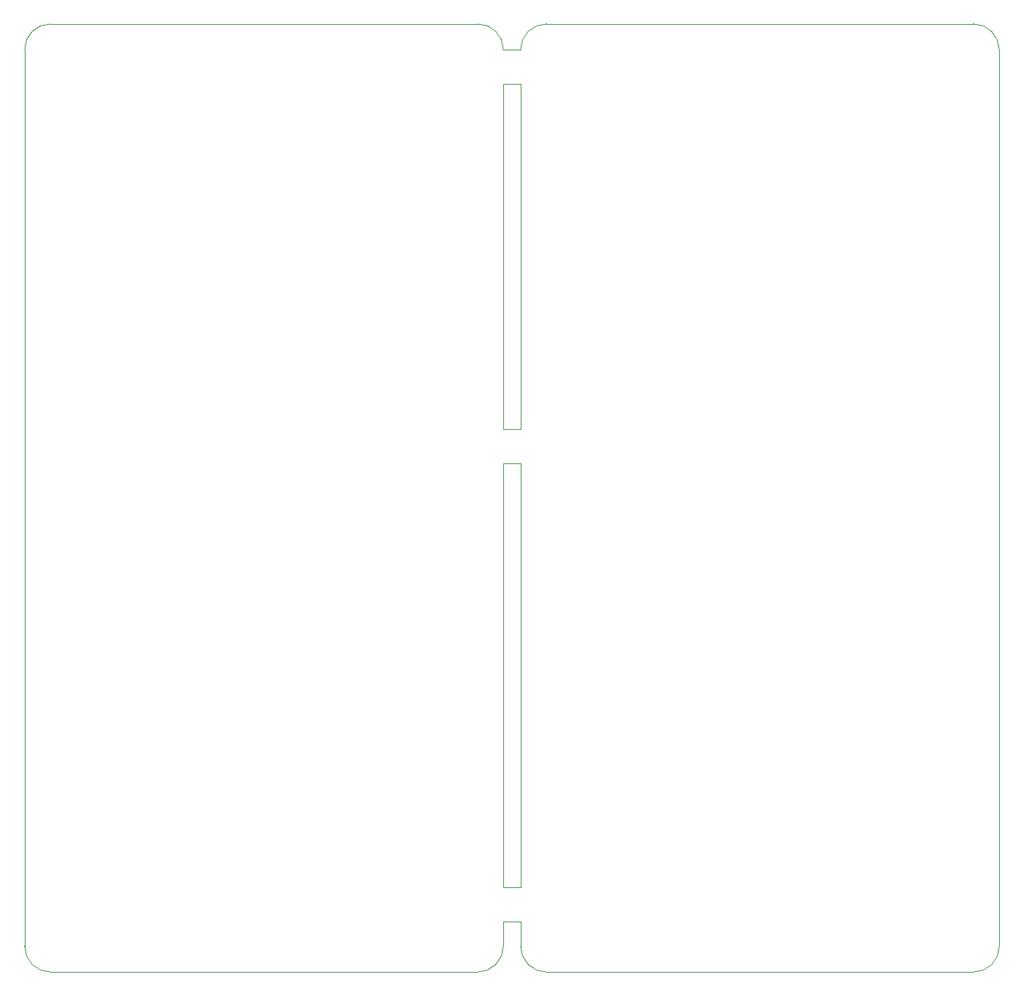
<source format=gbr>
%TF.GenerationSoftware,KiCad,Pcbnew,(5.99.0-10623-gbaf868fce7)*%
%TF.CreationDate,2021-05-29T08:15:44+02:00*%
%TF.ProjectId,voltage_processor,766f6c74-6167-4655-9f70-726f63657373,6*%
%TF.SameCoordinates,Original*%
%TF.FileFunction,Profile,NP*%
%FSLAX46Y46*%
G04 Gerber Fmt 4.6, Leading zero omitted, Abs format (unit mm)*
G04 Created by KiCad (PCBNEW (5.99.0-10623-gbaf868fce7)) date 2021-05-29 08:15:44*
%MOMM*%
%LPD*%
G01*
G04 APERTURE LIST*
%TA.AperFunction,Profile*%
%ADD10C,0.050000*%
%TD*%
G04 APERTURE END LIST*
D10*
X150794949Y-50400000D02*
X152794949Y-50400000D01*
X152794949Y-50400000D02*
X152794949Y-90400000D01*
X152794949Y-90400000D02*
X150794949Y-90400000D01*
X150794949Y-90400000D02*
X150794949Y-50400000D01*
X150794949Y-147600000D02*
X150794949Y-150450000D01*
X98294949Y-43425000D02*
X147800000Y-43425000D01*
X95294949Y-150450000D02*
X95294949Y-46425000D01*
X147800000Y-43425000D02*
G75*
G02*
X150800000Y-46425000I0J-3000000D01*
G01*
X205278680Y-43425000D02*
G75*
G02*
X208278680Y-46425000I0J-3000000D01*
G01*
X147794949Y-153450000D02*
X98294949Y-153450000D01*
X208300000Y-147600000D02*
X208278680Y-46425000D01*
X95294949Y-46425000D02*
G75*
G02*
X98294949Y-43425000I3000000J0D01*
G01*
X208300000Y-147600000D02*
X208294949Y-150450000D01*
X150800000Y-143593349D02*
X150800000Y-94400000D01*
X152794949Y-147600000D02*
X150794949Y-147600000D01*
X150800000Y-94400000D02*
X152800000Y-94400000D01*
X150794949Y-150450000D02*
G75*
G02*
X147794949Y-153450000I-3000000J0D01*
G01*
X152794949Y-46425000D02*
G75*
G02*
X155794949Y-43425000I3000000J0D01*
G01*
X205294949Y-153450000D02*
X155794949Y-153450000D01*
X152800000Y-94400000D02*
X152800000Y-143593349D01*
X155794949Y-43425000D02*
X205278680Y-43425000D01*
X152794949Y-150450000D02*
X152794949Y-147600000D01*
X152800000Y-143593349D02*
X150800000Y-143593349D01*
X98294949Y-153450000D02*
G75*
G02*
X95294949Y-150450000I0J3000000D01*
G01*
X208294949Y-150450000D02*
G75*
G02*
X205294949Y-153450000I-3000000J0D01*
G01*
X150800000Y-46425000D02*
X152794949Y-46425000D01*
X155794949Y-153450000D02*
G75*
G02*
X152794949Y-150450000I0J3000000D01*
G01*
M02*

</source>
